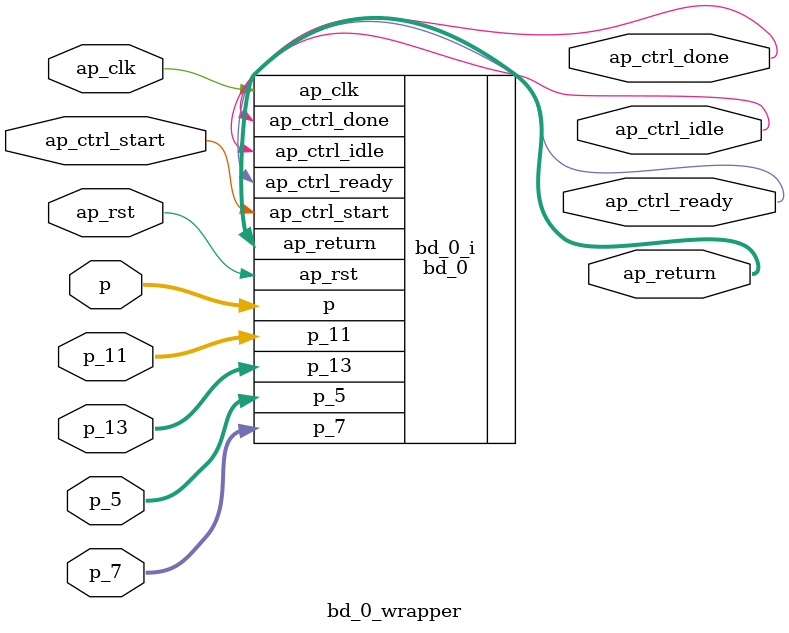
<source format=v>
`timescale 1 ps / 1 ps

module bd_0_wrapper
   (ap_clk,
    ap_ctrl_done,
    ap_ctrl_idle,
    ap_ctrl_ready,
    ap_ctrl_start,
    ap_return,
    ap_rst,
    p,
    p_11,
    p_13,
    p_5,
    p_7);
  input ap_clk;
  output ap_ctrl_done;
  output ap_ctrl_idle;
  output ap_ctrl_ready;
  input ap_ctrl_start;
  output [63:0]ap_return;
  input ap_rst;
  input [7:0]p;
  input [7:0]p_11;
  input [15:0]p_13;
  input [7:0]p_5;
  input [7:0]p_7;

  wire ap_clk;
  wire ap_ctrl_done;
  wire ap_ctrl_idle;
  wire ap_ctrl_ready;
  wire ap_ctrl_start;
  wire [63:0]ap_return;
  wire ap_rst;
  wire [7:0]p;
  wire [7:0]p_11;
  wire [15:0]p_13;
  wire [7:0]p_5;
  wire [7:0]p_7;

  bd_0 bd_0_i
       (.ap_clk(ap_clk),
        .ap_ctrl_done(ap_ctrl_done),
        .ap_ctrl_idle(ap_ctrl_idle),
        .ap_ctrl_ready(ap_ctrl_ready),
        .ap_ctrl_start(ap_ctrl_start),
        .ap_return(ap_return),
        .ap_rst(ap_rst),
        .p(p),
        .p_11(p_11),
        .p_13(p_13),
        .p_5(p_5),
        .p_7(p_7));
endmodule

</source>
